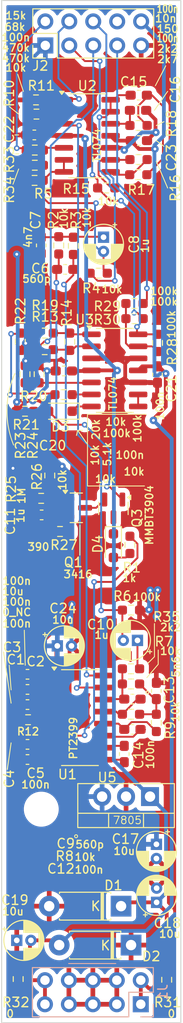
<source format=kicad_pcb>
(kicad_pcb (version 20240108) (generator "pcbnew") (generator_version "8.0")
  (layers (0 "F.Cu" signal) (31 "B.Cu" signal) (34 "B.Paste" user) (35 "F.Paste" user) (36 "B.SilkS" user "B.Silkscreen") (37 "F.SilkS" user "F.Silkscreen") (38 "B.Mask" user) (39 "F.Mask" user) (44 "Edge.Cuts" user))
  (net 0 "")
  (net 1 "GND")
  (net 2 "Net-(U1-REF)")
  (net 3 "+5V")
  (net 4 "Net-(U1-CC1)")
  (net 5 "Net-(U1-CC0)")
  (net 6 "Net-(U1-LPF1-IN)")
  (net 7 "Net-(U1-LPF1-OUT)")
  (net 8 "Net-(C7-Pad1)")
  (net 9 "Net-(C8-Pad2)")
  (net 10 "Net-(U1-LPF2-OUT)")
  (net 11 "Net-(U1-LPF2-IN)")
  (net 12 "Net-(C10-Pad1)")
  (net 13 "/UNBUFFERED_WET")
  (net 14 "Net-(Q1-G)")
  (net 15 "Net-(U1-OP2-IN)")
  (net 16 "Net-(U1-OP2-OUT)")
  (net 17 "Net-(C13-Pad1)")
  (net 18 "Net-(U1-OP1-IN)")
  (net 19 "Net-(U1-OP1-OUT)")
  (net 20 "/FILTERED_IN")
  (net 21 "Net-(C15-Pad1)")
  (net 22 "Net-(U2D-+)")
  (net 23 "+12V")
  (net 24 "-12V")
  (net 25 "Net-(D3-A)")
  (net 26 "Net-(D3-K)")
  (net 27 "Net-(D4-K)")
  (net 28 "/TIME_CURRENT")
  (net 29 "Net-(J1-Pin_1)")
  (net 30 "Net-(J1-Pin_10)")
  (net 31 "/MIX")
  (net 32 "/TIME")
  (net 33 "/SCALED_WET")
  (net 34 "/BUFFERED_WET")
  (net 35 "/IN")
  (net 36 "/UNBUFFERED_RETURN")
  (net 37 "Net-(Q1-D)")
  (net 38 "Net-(Q1-S)")
  (net 39 "Net-(U1-VCO)")
  (net 40 "/BUFFERED_RETURN")
  (net 41 "Net-(U2A--)")
  (net 42 "Net-(U1-DGND)")
  (net 43 "Net-(U3A--)")
  (net 44 "Net-(R14-Pad2)")
  (net 45 "Net-(U2C--)")
  (net 46 "/BUFFERED_IN")
  (net 47 "Net-(U3B--)")
  (net 48 "Net-(U3B-+)")
  (net 49 "Net-(U3D--)")
  (net 50 "Net-(U2B-+)")
  (net 52 "Net-(U3C--)")
  (footprint "MountingHole:MountingHole_3.2mm_M3" (layer "F.Cu") (at 79.2 122.4)
    (property "Reference" "REF**" (hide yes))
    (property "Value" "MountingHole_3.2mm_M3" (hide yes))
  )
  (footprint "Resistor_SMD:R_0603_1608Metric_Pad0.98x0.95mm_HandSolder" (layer "F.Cu") (at 81.05 62.8625 90)
    (property "Reference" "R2")
    (property "Value" "10k")
  )
  (footprint "Resistor_SMD:R_0603_1608Metric_Pad0.98x0.95mm_HandSolder" (layer "F.Cu") (at 81.5625 78.625)
    (property "Reference" "R20")
    (property "Value" "10k")
  )
  (footprint "Capacitor_SMD:C_0603_1608Metric_Pad1.08x0.95mm_HandSolder" (layer "F.Cu") (at 81.7375 65.4 180)
    (property "Reference" "C6")
    (property "Value" "560p")
  )
  (footprint "Capacitor_SMD:C_0603_1608Metric_Pad1.08x0.95mm_HandSolder" (layer "F.Cu") (at 78.4625 51.2 180)
    (property "Reference" "C22")
    (property "Value" "100n")
  )
  (footprint "Resistor_SMD:R_0603_1608Metric_Pad0.98x0.95mm_HandSolder" (layer "F.Cu") (at 88.7125 107.575)
    (property "Reference" "R35")
    (property "Value" "2k2")
  )
  (footprint "Capacitor_THT:CP_Radial_D4.0mm_P1.50mm" (layer "F.Cu") (at 91.43 132.24 90)
    (property "Reference" "C18")
    (property "Value" "10u")
  )
  (footprint "Capacitor_THT:CP_Radial_D4.0mm_P1.50mm" (layer "F.Cu") (at 89.4 104.575 180)
    (property "Reference" "C10")
    (property "Value" "1u")
  )
  (footprint "Resistor_SMD:R_0603_1608Metric_Pad0.98x0.95mm_HandSolder" (layer "F.Cu") (at 78.975 76.4625 90)
    (property "Reference" "R24")
    (property "Value" "5.1k")
  )
  (footprint "Capacitor_SMD:C_0603_1608Metric_Pad1.08x0.95mm_HandSolder" (layer "F.Cu") (at 81.5875 76.125 180)
    (property "Reference" "C20")
    (property "Value" "100n")
  )
  (footprint "Capacitor_SMD:C_0603_1608Metric_Pad1.08x0.95mm_HandSolder" (layer "F.Cu") (at 89.55 51.8 180)
    (property "Reference" "C23")
    (property "Value" "100n")
  )
  (footprint "Connector_PinHeader_2.54mm:PinHeader_2x05_P2.54mm_Vertical" (layer "F.Cu") (at 79.63 41.75 90)
    (property "Reference" "J2")
    (property "Value" "Conn_02x05_Odd_Even" (hide yes))
  )
  (footprint "Resistor_SMD:R_0603_1608Metric_Pad0.98x0.95mm_HandSolder" (layer "F.Cu") (at 78.5125 52.8)
    (property "Reference" "R33")
    (property "Value" "470k")
  )
  (footprint "Capacitor_SMD:C_0603_1608Metric_Pad1.08x0.95mm_HandSolder" (layer "F.Cu") (at 77.7375 115.555)
    (property "Reference" "C4")
    (property "Value" "100n")
  )
  (footprint "Capacitor_SMD:C_0603_1608Metric_Pad1.08x0.95mm_HandSolder" (layer "F.Cu") (at 77.7375 117.155)
    (property "Reference" "C5")
    (property "Value" "100n")
  )
  (footprint "Capacitor_THT:CP_Radial_D4.0mm_P1.50mm" (layer "F.Cu") (at 91.41 126.1074 -90)
    (property "Reference" "C17")
    (property "Value" "10u")
  )
  (footprint "Capacitor_SMD:C_0603_1608Metric_Pad1.08x0.95mm_HandSolder" (layer "F.Cu") (at 79.2375 91.325 180)
    (property "Reference" "C11")
    (property "Value" "1u")
  )
  (footprint "Resistor_SMD:R_0603_1608Metric_Pad0.98x0.95mm_HandSolder" (layer "F.Cu") (at 76.75 140.3375 90)
    (property "Reference" "R32")
    (property "Value" "0")
  )
  (footprint "Capacitor_SMD:C_0603_1608Metric_Pad1.08x0.95mm_HandSolder" (layer "F.Cu") (at 77.7375 111.355)
    (property "Reference" "C3")
    (property "Value" "100n")
  )
  (footprint "Capacitor_SMD:C_0603_1608Metric_Pad1.08x0.95mm_HandSolder" (layer "F.Cu") (at 88.8625 113.975)
    (property "Reference" "C12")
    (property "Value" "100n")
  )
  (footprint "Resistor_SMD:R_0603_1608Metric_Pad0.98x0.95mm_HandSolder" (layer "F.Cu") (at 78.6875 49 180)
    (property "Reference" "R10")
    (property "Value" "68k")
  )
  (footprint "Resistor_SMD:R_0603_1608Metric_Pad0.98x0.95mm_HandSolder" (layer "F.Cu") (at 91.525 73.1625 90)
    (property "Reference" "R28")
    (property "Value" "100k")
  )
  (footprint "Package_TO_SOT_SMD:SOT-23" (layer "F.Cu") (at 86.85 90.6375 -90)
    (property "Reference" "Q3")
    (property "Value" "MMBT3904")
  )
  (footprint "Package_SO:SO-14_3.9x8.65mm_P1.27mm" (layer "F.Cu") (at 87 76.065)
    (property "Reference" "U3")
    (property "Value" "TL074")
  )
  (footprint "Resistor_SMD:R_0603_1608Metric_Pad0.98x0.95mm_HandSolder" (layer "F.Cu") (at 91.4 113.2875 90)
    (property "Reference" "R9")
    (property "Value" "10k")
  )
  (footprint "Resistor_SMD:R_0603_1608Metric_Pad0.98x0.95mm_HandSolder" (layer "F.Cu") (at 81.1875 93.075 180)
    (property "Reference" "R27")
    (property "Value" "390")
  )
  (footprint "Resistor_SMD:R_0603_1608Metric_Pad0.98x0.95mm_HandSolder" (layer "F.Cu") (at 85.2875 65.8 180)
    (property "Reference" "R4")
    (property "Value" "10k")
  )
  (footprint "Resistor_SMD:R_0603_1608Metric_Pad0.98x0.95mm_HandSolder" (layer "F.Cu") (at 80.1 87.1625 90)
    (property "Reference" "R26")
    (property "Value" "10k")
  )
  (footprint "Resistor_SMD:R_0603_1608Metric_Pad0.98x0.95mm_HandSolder" (layer "F.Cu") (at 77.475 76.4625 -90)
    (property "Reference" "R23")
    (property "Value" "10k")
  )
  (footprint "Resistor_SMD:R_0603_1608Metric_Pad0.98x0.95mm_HandSolder" (layer "F.Cu") (at 88.7125 112.375)
    (property "Reference" "R8")
    (property "Value" "10k")
  )
  (footprint "Resistor_SMD:R_0603_1608Metric_Pad0.98x0.95mm_HandSolder" (layer "F.Cu") (at 89.4875 55.4)
    (property "Reference" "R17")
    (property "Value" "2k7")
  )
  (footprint "Capacitor_SMD:C_0603_1608Metric_Pad1.08x0.95mm_HandSolder" (layer "F.Cu") (at 88 116.575 -90)
    (property "Reference" "C14")
    (property "Value" "100n")
  )
  (footprint "Package_SO:SOP-16_3.9x9.9mm_P1.27mm" (layer "F.Cu") (at 83.3 112.73)
    (property "Reference" "U1")
    (property "Value" "PT2399")
  )
  (footprint "Resistor_SMD:R_0603_1608Metric_Pad0.98x0.95mm_HandSolder" (layer "F.Cu") (at 76.975 73.0375 90)
    (property "Reference" "R22")
    (property "Value" "20k")
  )
  (footprint "Resistor_SMD:R_0603_1608Metric_Pad0.98x0.95mm_HandSolder" (layer "F.Cu") (at 82.225 73.0375 90)
    (property "Reference" "R14")
    (property "Value" "100k")
  )
  (footprint "Package_SO:SO-14_3.9x8.65mm_P1.27mm" (layer "F.Cu") (at 84.075 51.29)
    (property "Reference" "U2")
    (property "Value" "TL074")
  )
  (footprint "Capacitor_THT:CP_Radial_D4.0mm_P1.50mm" (layer "F.Cu") (at 76.6 136.25)
    (property "Reference" "C19")
    (property "Value" "10u")
  )
  (footprint "Resistor_SMD:R_0603_1608Metric_Pad0.98x0.95mm_HandSolder" (layer "F.Cu") (at 89.0875 69 180)
    (property "Reference" "R29")
    (property "Value" "100k")
  )
  (footprint "Resistor_SMD:R_0603_1608Metric_Pad0.98x0.95mm_HandSolder" (layer "F.Cu") (at 77.475 80.375)
    (property "Reference" "R21")
    (property "Value" "10k")
  )
  (footprint "Capacitor_SMD:C_0603_1608Metric_Pad1.08x0.95mm_HandSolder" (layer "F.Cu") (at 91.525 76.5 90)
    (property "Reference" "C21")
    (property "Value" "100n")
  )
  (footprint "Resistor_SMD:R_0603_1608Metric_Pad0.98x0.95mm_HandSolder" (layer "F.Cu") (at 89.5125 53.8)
    (property "Reference" "R16")
    (property "Value" "2k2")
  )
  (footprint "Resistor_SMD:R_0603_1608Metric_Pad0.98x0.95mm_HandSolder" (layer "F.Cu") (at 88.7125 109.175)
    (property "Reference" "R7")
    (property "Value" "10k")
  )
  (footprint "Package_TO_SOT_SMD:SOT-23" (layer "F.Cu") (at 82.9125 90.575)
    (property "Reference" "Q1")
    (property "Value" "3416")
  )
  (footprint "Resistor_SMD:R_0603_1608Metric_Pad0.98x0.95mm_HandSolder" (layer "F.Cu") (at 79.5625 73.875)
    (property "Reference" "R13")
    (property "Value" "100k")
  )
  (footprint "Resistor_SMD:R_0603_1608Metric_Pad0.98x0.95mm_HandSolder" (layer "F.Cu") (at 88.6 94.4875 90)
    (property "Reference" "R1")
    (property "Value" "1k")
  )
  (footprint "Capacitor_THT:CP_Radial_D4.0mm_P1.50mm" (layer "F.Cu") (at 80.9 105.155)
    (property "Reference" "C24")
    (property "Value" "10u")
  )
  (footprint "Diode_SMD:D_SOD-323_HandSoldering" (layer "F.Cu") (at 81.225 80.375 180)
    (property "Reference" "D3")
    (property "Value" "1N4148" (hide yes))
  )
  (footprint "Diode_THT:D_DO-41_SOD81_P7.62mm_Horizontal" (layer "F.Cu") (at 87.66 132.64 180)
    (property "Reference" "D1")
    (property "Value" "1N4007" (hide yes))
  )
  (footprint "Resistor_SMD:R_0603_1608Metric_Pad0.98x0.95mm_HandSolder" (layer "F.Cu") (at 78.5125 54.4 180)
    (property "Reference" "R34")
    (property "Value" "470k")
  )
  (footprint "Resistor_SMD:R_0603_1608Metric_Pad0.98x0.95mm_HandSolder" (layer "F.Cu") (at 89.0875 70.6 180)
    (property "Reference" "R30")
    (property "Value" "100k")
  )
  (footprint "Resistor_SMD:R_0603_1608Metric_Pad0.98x0.95mm_HandSolder" (layer "F.Cu") (at 78.6375 47.5 180)
    (property "Reference" "R11")
    (property "Value" "15k")
  )
  (footprint "Resistor_SMD:R_0603_1608Metric_Pad0.98x0.95mm_HandSolder" (layer "F.Cu") (at 86.0875 56.8)
    (property "Reference" "R15")
    (property "Value" "10k")
  )
  (footprint "Capacitor_SMD:C_0603_1608Metric_Pad1.08x0.95mm_HandSolder" (layer "F.Cu") (at 77.7375 109.755 180)
    (property "Reference" "C1")
    (property "Value" "10u")
  )
  (footprint "Capacitor_SMD:C_0603_1608Metric_Pad1.08x0.95mm_HandSolder" (layer "F.Cu") (at 89.4625 48.6)
    (property "Reference" "C16")
    (property "Value" "10n")
  )
  (footprint "Resistor_SMD:R_0603_1608Metric_Pad0.98x0.95mm_HandSolder" (layer "F.Cu") (at 88.7125 101.375)
    (property "Reference" "R6")
    (property "Value" "100k")
  )
  (footprint "Resistor_SMD:R_0603_1608Metric_Pad0.98x0.95mm_HandSolder" (layer "F.Cu") (at 77.8 112.955)
    (property "Reference" "R12")
    (property "Value" "0_NC")
  )
  (footprint "Package_TO_SOT_THT:TO-220-3_Vertical" (layer "F.Cu") (at 90.73 121.07 180)
    (property "Reference" "U5")
    (property "Value" "LM7805_TO220" (hide yes))
  )
  (footprint "Resistor_SMD:R_0603_1608Metric_Pad0.98x0.95mm_HandSolder" (layer "F.Cu") (at 92.5 140.4125 -90)
    (property "Reference" "R31")
    (property "Value" "0")
  )
  (footprint "Diode_SMD:D_SOD-323_HandSoldering" (layer "F.Cu") (at 86.85 94.575 -90)
    (property "Reference" "D4")
    (property "Value" "1N4148" (hide yes))
  )
  (footprint "Resistor_SMD:R_0603_1608Metric_Pad0.98x0.95mm_HandSolder" (layer "F.Cu") (at 79.1875 89.575 180)
    (property "Reference" "R25")
    (property "Value" "1M")
  )
  (footprint "Capacitor_SMD:C_0603_1608Metric_Pad1.08x0.95mm_HandSolder" (layer "F.Cu") (at 88.8625 110.775)
    (property "Reference" "C9")
    (property "Value" "560p")
  )
  (footprint "Capacitor_SMD:C_0603_1608Metric_Pad1.08x0.95mm_HandSolder" (layer "F.Cu") (at 91.4 109.9125 90)
    (property "Reference" "C13")
    (property "Value" "5n6")
  )
  (footprint "Capacitor_SMD:C_0603_1608Metric_Pad1.08x0.95mm_HandSolder" (layer "F.Cu") (at 77.7375 108.155)
    (property "Reference" "C2")
    (property "Value" "100n")
  )
  (footprint "Resistor_SMD:R_0603_1608Metric_Pad0.98x0.95mm_HandSolder" (layer "F.Cu") (at 78.4875 56)
    (property "Reference" "R5")
    (property "Value" "10k")
  )
  (footprint "Diode_THT:D_DO-41_SOD81_P7.62mm_Horizontal" (layer "F.Cu") (at 88.72 136.75 180)
    (property "Reference" "D2")
    (property "Value" "1N4007" (hide yes))
  )
  (footprint "Resistor_SMD:R_0603_1608Metric_Pad0.98x0.95mm_HandSolder" (layer "F.Cu") (at 89.5125 50.2 180)
    (property "Reference" "R18")
    (property "Value" "150")
  )
  (footprint "Capacitor_THT:CP_Radial_D4.0mm_P1.50mm" (layer "F.Cu") (at 85.8 62 -90)
    (property "Reference" "C8")
    (property "Value" "1u")
  )
  (footprint "Resistor_SMD:R_0603_1608Metric_Pad0.98x0.95mm_HandSolder" (layer "F.Cu") (at 82.6 62.9125 90)
    (property "Reference" "R3")
    (property "Value" "10k")
  )
  (footprint "Capacitor_SMD:C_0603_1608Metric_Pad1.08x0.95mm_HandSolder" (layer "F.Cu") (at 79.2 62.8625 -90)
    (property "Reference" "C7")
    (property "Value" "4n7")
  )
  (footprint "Capacitor_SMD:C_0603_1608Metric_Pad1.08x0.95mm_HandSolder" (layer "F.Cu") (at 89.5375 47 180)
    (property "Reference" "C15")
    (property "Value" "100n")
  )
  (footprint "Resistor_SMD:R_0603_1608Metric_Pad0.98x0.95mm_HandSolder" (layer "F.Cu") (at 79.5625 72.125 180)
    (property "Reference" "R19")
    (property "Value" "10k")
  )
  (footprint "Connector_PinHeader_2.54mm:PinHeader_2x05_P2.54mm_Vertical" (layer "B.Cu") (at 89.75 143 90)
    (property "Reference" "J1")
    (property "Value" "Conn_02x05_Odd_Even" (hide yes))
  )
  (gr_line (start 82.1 138.7) (end 87.1 138.7) (stroke (width 0.1)) (layer "B.SilkS"))
  (gr_circle (center 82.89 125.26) (end 82.96 125.12) (stroke (width 0.1)) (fill none) (layer "F.SilkS"))
  (gr_line (start 90.4 108.5) (end 91.6 107.1) (stroke (width 0.1)) (layer "F.SilkS"))
  (gr_line (start 91.2 106.3) (end 91.2 102.8) (stroke (width 0.1)) (layer "F.SilkS"))
  (gr_circle (center 90.45 110.07) (end 90.52 109.93) (stroke (width 0.1)) (fill none) (layer "F.SilkS"))
  (gr_line (start 84.1 88.27) (end 84.1 80.7) (stroke (width 0.1)) (layer "F.SilkS"))
  (gr_line (start 91.6 107.1) (end 91.6 105.6) (stroke (width 0.1)) (layer "F.SilkS"))
  (gr_line (start 92.4 43.9) (end 91.3 46) (stroke (width 0.1)) (layer "F.SilkS"))
  (gr_line (start 76 115.4) (end 75.6 118.2) (stroke (width 0.1)) (layer "F.SilkS"))
  (gr_line (start 92.6 46.6) (end 91.2 48.6) (stroke (width 0.1)) (layer "F.SilkS"))
  (gr_line (start 92.2 52.4) (end 91.4 51.8) (stroke (width 0.1)) (layer "F.SilkS"))
  (gr_line (start 75.8 107.2) (end 76 109.8) (stroke (width 0.1)) (layer "F.SilkS"))
  (gr_line (start 82.93 82.93) (end 83.06 82.39) (stroke (width 0.1)) (layer "F.SilkS"))
  (gr_line (start 75.2 105.8) (end 76 111.2) (stroke (width 0.1)) (layer "F.SilkS"))
  (gr_line (start 75.8 48.2) (end 76.8 49) (stroke (width 0.1)) (layer "F.SilkS"))
  (gr_line (start 84.02 83.76) (end 83.06 82.39) (stroke (width 0.1)) (layer "F.SilkS"))
  (gr_line (start 90.5 107) (end 91.2 106.3) (stroke (width 0.1)) (layer "F.SilkS"))
  (gr_line (start 76.7 44.8) (end 77.3 46.6) (stroke (width 0.1)) (layer "F.SilkS"))
  (gr_line (start 77.4 103.5) (end 77.5 107.2) (stroke (width 0.1)) (layer "F.SilkS"))
  (gr_line (start 90.14 88.27) (end 84.1 88.27) (stroke (width 0.1)) (layer "F.SilkS"))
  (gr_line (start 92.6 56.8) (end 91.4 54) (stroke (width 0.1)) (layer "F.SilkS"))
  (gr_line (start 92.2 49.8) (end 91.4 50.2) (stroke (width 0.1)) (layer "F.SilkS"))
  (gr_line (start 76.2 56.4) (end 76.8 54.8) (stroke (width 0.1)) (layer "F.SilkS"))
  (gr_line (start 83.29 95.57) (end 83.3 92.4) (stroke (width 0.1)) (layer "F.SilkS"))
  (gr_line (start 76.4 53.2) (end 76.8 53.2) (stroke (width 0.1)) (layer "F.SilkS"))
  (gr_line (start 76.4 51.2) (end 76.8 51.2) (stroke (width 0.1)) (layer "F.SilkS"))
  (gr_arc (start 76.265688 83.943677) (mid 75.556229 80.158011) (end 76.4 76.4) (stroke (width 0.1)) (layer "F.SilkS"))
  (gr_line (start 84.1 80.7) (end 90.31 80.7) (stroke (width 0.1)) (layer "F.SilkS"))
  (gr_line (start 83.06 82.39) (end 83.55 82.4) (stroke (width 0.1)) (layer "F.SilkS"))
  (gr_rect (start 75 37) (end 94 144.95) (stroke (width 0.1)) (fill none) (layer "Edge.Cuts"))
  (gr_text "7805" (at 86.74 124.04 0) (layer "F.SilkS") (effects (font (size 0.8 0.8) (thickness 0.1)) (justify left bottom)))
  (segment (start 91.3125 50.9) (end 91.3125 49.5875) (width 0.4) (layer "F.Cu") (net 1))
  (segment (start 88.500001 77.335) (end 88.1 76.934999) (width 0.4) (layer "F.Cu") (net 1))
  (segment (start 76.675 63.725) (end 76.6 63.8) (width 0.4) (layer "F.Cu") (net 1))
  (segment (start 82.2 110.424999) (end 82.2 105.355) (width 0.4) (layer "F.Cu") (net 1))
  (segment (start 90.63 101.32) (end 90.67 101.32) (width 0.4) (layer "F.Cu") (net 1))
  (segment (start 76.5625 80.375) (end 77.678825 79.258675) (width 0.4) (layer "F.Cu") (net 1))
  (segment (start 79.2 63.725) (end 76.675 63.725) (width 0.4) (layer "F.Cu") (net 1))
  (segment (start 79.55 76.125) (end 78.975 75.55) (width 0.4) (layer "F.Cu") (net 1))
  (segment (start 90.78 99.25) (end 90.75 99.28) (width 0.4) (layer "F.Cu") (net 1))
  (segment (start 87.761377 52.56) (end 87.998741 52.797364) (width 0.4) (layer "F.Cu") (net 1))
  (segment (start 79.8 76.125) (end 79.55 76.125) (width 0.4) (layer "F.Cu") (net 1))
  (segment (start 81.905 102.15) (end 76.875 107.18) (width 0.4) (layer "F.Cu") (net 1))
  (segment (start 89.625 101.375) (end 90.575 101.375) (width 0.4) (layer "F.Cu") (net 1))
  (segment (start 83.9 99.32) (end 82.45 100.77) (width 0.4) (layer "F.Cu") (net 1))
  (segment (start 89.475 77.335) (end 88.500001 77.335) (width 0.4) (layer "F.Cu") (net 1))
  (segment (start 76.6 80.3375) (end 76.5625 80.375) (width 0.4) (layer "F.Cu") (net 1))
  (segment (start 90.71 99.32) (end 83.9 99.32) (width 0.4) (layer "F.Cu") (net 1))
  (segment (start 82.45 101.92) (end 82.22 102.15) (width 0.4) (layer "F.Cu") (net 1))
  (segment (start 80.725 76.125) (end 79.8 76.125) (width 0.4) (layer "F.Cu") (net 1))
  (segment (start 90.67 101.32) (end 91.41 102.06) (width 0.4) (layer "F.Cu") (net 1))
  (segment (start 86.55 52.56) (end 87.761377 52.56) (width 0.4) (layer "F.Cu") (net 1))
  (segment (start 76.6 79.4) (end 76.6 80.3375) (width 0.4) (layer "F.Cu") (net 1))
  (segment (start 81.799999 110.825) (end 82.2 110.424999) (width 0.4) (layer "F.Cu") (net 1))
  (segment (start 90.4125 51.8) (end 91.3125 50.9) (width 0.4) (layer "F.Cu") (net 1))
  (segment (start 82.2 105.355) (end 82.4 105.155) (width 0.4) (layer "F.Cu") (net 1))
  (segment (start 76.875 107.18) (end 76.875 108.155) (width 0.4) (layer "F.Cu") (net 1))
  (segment (start 90.75 99.28) (end 90.71 99.32) (width 0.4) (layer "F.Cu") (net 1))
  (segment (start 80.8 110.825) (end 81.799999 110.825) (width 0.4) (layer "F.Cu") (net 1))
  (segment (start 82.45 100.77) (end 82.45 101.92) (width 0.4) (layer "F.Cu") (net 1))
  (segment (start 89.475 74.795) (end 84.525 74.795) (width 0.4) (layer "F.Cu") (net 1))
  (segment (start 89.625 101.375) (end 91.4 103.15) (width 0.4) (layer "F.Cu") (net 1))
  (segment (start 88.1 75.33) (end 88.635 74.795) (width 0.4) (layer "F.Cu") (net 1))
  (segment (start 77.678825 79.258675) (end 78.3 79.258675) (width 0.4) (layer "F.Cu") (net 1))
  (segment (start 91.54 99.25) (end 90.78 99.25) (width 0.4) (layer "F.Cu") (net 1))
  (segment (start 88.635 74.795) (end 89.475 74.795) (width 0.4) (layer "F.Cu") (net 1))
  (segment (start 90.575 101.375) (end 90.63 101.32) (width 0.4) (layer "F.Cu") (net 1))
  (segment (start 91.3125 49.5875) (end 90.325 48.6) (width 0.4) (layer "F.Cu") (net 1))
  (segment (start 88.1 76.934999) (end 88.1 75.33) (width 0.4) (layer "F.Cu") (net 1))
  (segment (start 91.4 103.15) (end 91.4 109.05) (width 0.4) (layer "F.Cu") (net 1))
  (segment (start 82.22 102.15) (end 81.905 102.15) (width 0.4) (layer "F.Cu") (net 1))
  (via (at 90.75 99.28) (size 0.8) (drill 0.3) (layers "F.Cu" "B.Cu") (net 1))
  (via (at 91.54 99.25) (size 0.8) (drill 0.3) (layers "F.Cu" "B.Cu") (net 1))
  (via (at 82.45 100.77) (size 0.8) (drill 0.3) (layers "F.Cu" "B.Cu") (net 1))
  (via (at 82.22 102.15) (size 0.8) (drill 0.3) (layers "F.Cu" "B.Cu") (net 1))
  (via (at 78.3 79.258675) (size 0.8) (drill 0.3) (layers "F.Cu" "B.Cu") (net 1))
  (via (at 91.35098 50.933286) (size 0.8) (drill 0.3) (layers "F.Cu" "B.Cu") (net 1))
  (via (at 79.8 76.125) (size 0.8) (drill 0.3) (layers "F.Cu" "B.Cu") (net 1))
  (via (at 76.6 63.8) (size 0.8) (drill 0.3) (layers "F.Cu" "B.Cu") (net 1))
  (via (at 76.6 79.4) (size 0.8) (drill 0.3) (layers "F.Cu" "B.Cu") (net 1))
  (via (at 90.63 101.32) (size 0.8) (drill 0.3) (layers "F.Cu" "B.Cu") (net 1))
  (via (at 87.998741 52.797364) (size 0.8) (drill 0.3) (layers "F.Cu" "B.Cu") (net 1))
  (via (at 91.41 102.06) (size 0.8) (drill 0.3) (layers "F.Cu" "B.Cu") (net 1))
  (segment (start 79.8 76.125) (end 79.8 77.758675) (width 0.4) (layer "B.Cu") (net 1))
  (segment (start 82.4 105.155) (end 82.4 102.73) (width 0.4) (layer "B.Cu") (net 1))
  (segment (start 76.7 79.3) (end 76.6 79.4) (width 0.4) (layer "B.Cu") (net 1))
  (segment (start 82.4 102.33) (end 82.22 102.15) (width 0.4) (layer "B.Cu") (net 1))
  (segment (start 89.862819 50.933286) (end 91.35098 50.933286) (width 0.4) (layer "B.Cu") (net 1))
  (segment (start 76.7 63.9) (end 76.7 79.3) (width 0.4) (layer "B.Cu") (net 1))
  (segment (start 90.63 99.4) (end 90.75 99.28) (width 0.4) (layer "B.Cu") (net 1))
  (segment (start 91.41 102.06) (end 91.41 99.38) (width 0.4) (layer "B.Cu") (net 1))
  (segment (start 82.4 100.82) (end 82.45 100.77) (width 0.4) (layer "B.Cu") (net 1))
  (segment (start 87.998741 52.797364) (end 89.862819 50.933286) (width 0.4) (layer "B.Cu") (net 1))
  (segment (start 91.41 99.38) (end 91.54 99.25) (width 0.4) (layer "B.Cu") (net 1))
  (segment (start 76.6 63.8) (end 76.7 63.9) (width 0.4) (layer "B.Cu") (net 1))
  (segment (start 79.8 77.758675) (end 78.3 79.258675) (width 0.4) (layer "B.Cu") (net 1))
  (segment (start 82.4 102.73) (end 82.4 100.82) (width 0.4) (layer "B.Cu") (net 1))
  (segment (start 90.63 101.32) (end 90.63 99.4) (width 0.4) (layer "B.Cu") (net 1))
  (segment (start 78.6 109.755) (end 78.6 111.355) (width 0.2) (layer "F.Cu") (net 2))
  (segment (start 80.8 109.555) (end 78.8 109.555) (width 0.2) (layer "F.Cu") (net 2))
  (segment (start 78.8 109.555) (end 78.6 109.755) (width 0.2) (layer "F.Cu") (net 2))
  (segment (start 76.2 86.4) (end 79.95 86.4) (width 0.4) (layer "F.Cu") (net 3))
  (segment (start 81.35 86.25) (end 81.4 86.2) (width 0.4) (layer "F.Cu") (net 3))
  (segment (start 76.975 73.95) (end 76.975 73.775) (width 0.4) (layer "F.Cu") (net 3))
  (segment (start 77.55 75.475) (end 77.55 75.062443) (width 0.4) (layer "F.Cu") (net 3))
  (segment (start 80.8 105.255) (end 80.9 105.155) (width 0.4) (layer "F.Cu") (net 3))
  (segment (start 80.8 108.285) (end 78.73 108.285) (width 0.4) (layer "F.Cu") (net 3))
  (segment (start 79.95 86.4) (end 80.1 86.25) (width 0.4) (layer "F.Cu") (net 3))
  (segment (start 78.73 108.285) (end 78.6 108.155) (width 0.4) (layer "F.Cu") (net 3))
  (segment (start 80.1 86.25) (end 81.35 86.25) (width 0.4) (layer "F.Cu") (net 3))
  (segment (start 76.975 73.775) (end 77.55 73.2) (width 0.4) (layer "F.Cu") (net 3))
  (segment (start 80.8 108.285) (end 80.8 105.255) (width 0.4) (layer "F.Cu") (net 3))
  (segment (start 77.475 75.55) (end 77.55 75.475) (width 0.4) (layer "F.Cu") (net 3))
  (segment (start 80.05 86.2) (end 80.1 86.25) (width 0.4) (layer "F.Cu") (net 3))
  (via (at 77.55 73.2) (size 0.8) (drill 0.3) (layers "F.Cu" "B.Cu") (net 3))
  (via (at 81.4 86.2) (size 0.8) (drill 0.3) (layers "F.Cu" "B.Cu") (net 3))
  (via (at 77.55 75.062443) (size 0.8) (drill 0.3) (layers "F.Cu" "B.Cu") (net 3))
  (via (at 76.2 86.4) (size 0.8) (drill 0.3) (layers "F.Cu" "B.Cu") (net 3))
  (segment (start 81.4 86.2) (end 80.9 86.7) (width 0.4) (layer "B.Cu") (net 3))
  (segment (start 77.45 85.15) (end 77.45 75.162443) (width 0.4) (layer "B.Cu") (net 3))
  (segment (start 76.2 86.4) (end 77.45 85.15) (width 0.4) (layer "B.Cu") (net 3))
  (segment (start 80.9 86.7) (end 80.9 105.155) (width 0.4) (layer "B.Cu") (net 3))
  (segment (start 80.9 113.72) (end 80.9 105.155) (width 0.4) (layer "B.Cu") (net 3))
  (segment (start 77.45 75.162443) (end 77.55 75.062443) (width 0.4) (layer "B.Cu") (net 3))
  (segment (start 79.63 41.75) (end 77.55 43.83) (width 0.4) (layer "B.Cu") (net 3))
  (segment (start 77.55 73.2) (end 77.55 75.062443) (width 0.4) (layer "B.Cu") (net 3))
  (segment (start 77.55 43.83) (end 77.55 73.2) (width 0.4) (layer "B.Cu") (net 3))
  (segment (start 80.8 115.905) (end 78.95 115.905) (width 0.2) (layer "F.Cu") (net 4))
  (segment (start 78.95 115.905) (end 78.6 115.555) (width 0.2) (layer "F.Cu") (net 4))
  (segment (start 80.78 117.155) (end 80.8 117.175) (width 0.2) (layer "F.Cu") (net 5))
  (segment (start 78.6 117.155) (end 80.78 117.155) (width 0.2) (layer "F.Cu") (net 5))
  (segment (start 84.085 108.285) (end 84 108.2) (width 0.2) (layer "F.Cu") (net 6))
  (segment (start 82.6 66) (end 82.6 65.4) (width 0.2) (layer "F.Cu") (net 6))
  (segment (start 85.8 108.285) (end 84.085 108.285) (width 0.2) (layer "F.Cu") (net 6))
  (segment (start 81.6 67) (end 82.6 66) (width 0.2) (layer "F.Cu") (net 6))
  (segment (start 82.6 65.4) (end 82.6 63.825) (width 0.2) (layer "F.Cu") (net 6))
  (via (at 84 108.2) (size 0.6) (drill 0.3) (layers "F.Cu" "B.Cu") (net 6))
  (via (at 81.6 67) (size 0.6) (drill 0.3) (layers "F.Cu" "B.Cu") (net 6))
  (segment (start 84 86.2) (end 81.8 84) (width 0.2) (layer "B.Cu") (net 6))
  (segment (start 81.8 84) (end 81.8 67.2) (width 0.2) (layer "B.Cu") (net 6))
  (segment (start 84 108.2) (end 84 86.2) (width 0.2) (layer "B.Cu") (net 6))
  (segment (start 81.8 67.2) (end 81.6 67) (width 0.2) (layer "B.Cu") (net 6))
  (segment (start 80.8 66.8) (end 80.8 65.475) (width 0.2) (layer "F.Cu") (net 7))
  (segment (start 82.995 109.555) (end 82.95 109.6) (width 0.2) (layer "F.Cu") (net 7))
  (segment (start 81.05 65.225) (end 80.875 65.4) (width 0.2) (layer "F.Cu") (net 7))
  (segment (start 81.05 63.775) (end 81.05 65.225) (width 0.2) (layer "F.Cu") (net 7))
  (segment (start 80.8 65.475) (end 80.875 65.4) (width 0.2) (layer "F.Cu") (net 7))
  (segment (start 85.8 109.555) (end 82.995 109.555) (width 0.2) (layer "F.Cu") (net 7))
  (via (at 82.95 109.6) (size 0.6) (drill 0.3) (layers "F.Cu" "B.Cu") (net 7))
  (via (at 80.8 66.8) (size 0.6) (drill 0.3) (layers "F.Cu" "B.Cu") (net 7))
  (segment (start 80.8 84.4) (end 83.3 86.9) (width 0.2) (layer "B.Cu") (net 7))
  (segment (start 80.8 66.8) (end 80.8 84.4) (width 0.2) (layer "B.Cu") (net 7))
  (segment (start 83.3 109.25) (end 82.95 109.6) (width 0.2) (layer "B.Cu") (net 7))
  (segment (start 83.3 86.9) (end 83.3 109.25) (width 0.2) (layer "B.Cu") (net 7))
  (segment (start 82.55 61.95) (end 82.6 62) (width 0.2) (layer "F.Cu") (net 8))
  (segment (start 85.75 61.95) (end 85.8 62) (width 0.2) (layer "F.Cu") (net 8))
  (segment (start 79.2 62) (end 81 62) (width 0.2) (layer "F.Cu") (net 8))
  (segment (start 81 62) (end 81.05 61.95) (width 0.2) (layer "F.Cu") (net 8))
  (segment (start 81.05 61.95) (end 85.75 61.95) (width 0.2) (layer "F.Cu") (net 8))
  (segment (start 81.05 61.95) (end 82.55 61.95) (width 0.2) (layer "F.Cu") (net 8))
  (segment (start 85 58.4) (end 79.975 58.4) (width 0.2) (layer "F.Cu") (net 9))
  (segment (start 85.8 65.4) (end 86.2 65.8) (width 0.2) (layer "F.Cu") (net 9))
  (segment (start 85.8 63.5) (end 85.8 65.4) (width 0.2) (layer "F.Cu") (net 9))
  (segment (start 79.975 58.4) (end 77.575 56) (width 0.2) (layer "F.Cu") (net 9))
  (via (at 85 58.4) (size 0.6) (drill 0.3) (layers "F.Cu" "B.Cu") (net 9))
  (segment (start 84.9 58.5) (end 85 58.4) (width 0.2) (layer "B.Cu") (net 9))
  (segment (start 85.8 63.5) (end 85.5 63.5) (width 0.2) (layer "B.Cu") (net 9))
  (segment (start 84.9 62.9) (end 84.9 58.5) (width 0.2) (layer "B.Cu") (net 9))
  (segment (start 85.5 63.5) (end 84.9 62.9) (width 0.2) (layer "B.Cu") (net 9))
  (segment (start 87.8 107.575) (end 87.8 109.175) (width 0.2) (layer "F.Cu") (net 10))
  (segment (start 87.8 109.175) (end 87.8 110.575) (width 0.2) (layer "F.Cu") (net 10))
  (segment (start 87.8 110.575) (end 88 110.775) (width 0.2) (layer "F.Cu") (net 10))
  (segment (start 88 110.775) (end 85.85 110.775) (width 0.2) (layer "F.Cu") (net 10))
  (segment (start 85.85 110.775) (end 85.8 110.825) (width 0.2) (layer "F.Cu") (net 10))
  (segment (start 89.725 110.775) (end 89.4 110.775) (width 0.2) (layer "F.Cu") (net 11))
  (segment (start 89.4 110.775) (end 87.8 112.375) (width 0.2) (layer "F.Cu") (net 11))
  (segment (start 87.425 112.375) (end 87.145 112.095) (width 0.2) (layer "F.Cu") (net 11))
  (segment (start 87.145 112.095) (end 85.8 112.095) (width 0.2) (layer "F.Cu") (net 11))
  (segment (start 87.8 112.375) (end 87.425 112.375) (width 0.2) (layer "F.Cu") (net 11))
  (segment (start 89.4 107.35) (end 89.625 107.575) (width 0.2) (layer "F.Cu") (net 12))
  (segment (start 89.4 104.575) (end 89.4 107.35) (width 0.2) (layer "F.Cu") (net 12))
  (segment (start 83.2 50.2) (end 81.78 50.2) (width 0.2) (layer "F.Cu") (net 13))
  (segment (start 87.8 104.475) (end 87.9 104.575) (width 0.2) (layer "F.Cu") (net 13))
  (segment (start 85.586237 101.375) (end 85.55 101.411237) (width 0.2) (layer "F.Cu") (net 13))
  (segment (start 87.8 101.375) (end 85.586237 101.375) (width 0.2) (layer "F.Cu") (net 13))
  (segment (start 87.8 101.375) (end 87.8 104.475) (width 0.2) (layer "F.Cu") (net 13))
  (segment (start 81.78 50.2) (end 81.6 50.02) (width 0.2) (layer "F.Cu") (net 13))
  (via (at 83.2 50.2) (size 0.6) (drill 0.3) (layers "F.Cu" "B.Cu") (net 13))
  (via (at 85.55 101.411237) (size 0.6) (drill 0.3) (layers "F.Cu" "B.Cu") (net 13))
  (segment (start 83.2 50.2) (end 83.1 50.3) (width 0.2) (layer "B.Cu") (net 13))
  (segment (start 83.1 50.3) (end 83.1 82.9) (width 0.2) (layer "B.Cu") (net 13))
  (segment (start 83.1 82.9) (end 85.55 85.35) (width 0.2) (layer "B.Cu") (net 13))
  (segment (start 85.55 85.35) (end 85.55 101.411237) (width 0.2) (layer "B.Cu") (net 13))
  (segment (start 81.925 89.575) (end 81.975 89.625) (width 0.2) (layer "F.Cu") (net 14))
  (segment (start 80.1 89.575) (end 80.1 91.325) (width 0.2) (layer "F.Cu") (net 14))
  (segment (start 80.1 88.075) (end 80.1 89.575) (width 0.2) (layer "F.Cu") (net 14))
  (segment (start 80.1 89.575) (end 81.925 89.575) (width 0.2) (layer "F.Cu") (net 14))
  (segment (start 90.175 113.975) (end 90.2 114) (width 0.2) (layer "F.Cu") (net 15))
  (segment (start 88.95 114.75) (end 89.725 113.975) (width 0.2) (layer "F.Cu") (net 15))
  (segment (start 85.8 114.635) (end 85.915 114.75) (width 0.2) (layer "F.Cu") (net 15))
  (segment (start 89.725 113.975) (end 90.175 113.975) (width 0.2) (layer "F.Cu") (net 15))
  (segment (start 85.915 114.75) (end 88.95 114.75) (width 0.2) (layer "F.Cu") (net 15))
  (segment (start 87.39 113.365) (end 88 113.975) (width 0.2) (layer "F.Cu") (net 16))
  (segment (start 85.8 113.365) (end 87.39 113.365) (width 0.2) (layer "F.Cu") (net 16))
  (segment (start 90.4 113.2) (end 91.4 114.2) (width 0.2) (layer "F.Cu") (net 16))
  (segment (start 88.775 113.2) (end 90.4 113.2) (width 0.2) (layer "F.Cu") (net 16))
  (segment (start 88 113.975) (end 88.775 113.2) (width 0.2) (layer "F.Cu") (net 16))
  (segment (start 89.625 109.175) (end 91.225 110.775) (width 0.2) (layer "F.Cu") (net 17))
  (segment (start 91.225 110.775) (end 91.4 110.775) (width 0.2) (layer "F.Cu") (net 17))
  (segment (start 91.4 110.775) (end 91.4 112.375) (width 0.2) (layer "F.Cu") (net 17))
  (segment (start 91.4 112.375) (end 89.625 112.375) (width 0.2) (layer "F.Cu") (net 17))
  (segment (start 85.9925 115.7125) (end 85.8 115.905) (width 0.2) (layer "F.Cu") (net 18))
  (segment (start 88 115.7125) (end 85.9925 115.7125) (width 0.2) (layer "F.Cu") (net 18))
  (segment (start 85.8 117.175) (end 87.7375 117.175) (width 0.2) (layer "F.Cu") (net 19))
  (segment (start 87.7375 117.175) (end 88 117.4375) (width 0.2) (layer "F.Cu") (net 19))
  (segment (start 86.92 47.48) (end 87.4 47) (width 0.2) (layer "F.Cu") (net 20))
  (segment (start 87.4 47) (end 88.675 47) (width 0.2) (layer "F.Cu") (net 20))
  (segment (start 86.55 47.48) (end 86.55 48.75) (width 0.2) (layer "F.Cu") (net 20))
  (segment (start 85.971009 49.328991) (end 86.55 48.75) (width 0.2) (layer "F.Cu") (net 20))
  (segment (start 84.375 65.8) (end 85.175 66.6) (width 0.2) (layer "F.Cu") (net 20))
  (segment (start 85.364708 49.328991) (end 85.971009 49.328991) (width 0.2) (layer "F.Cu") (net 20))
  (segment (start 85.175 66.6) (end 87 66.6) (width 0.2) (layer "F.Cu") (net 20))
  (segment (start 86.55 47.48) (end 86.92 47.48) (width 0.2) (layer "F.Cu") (net 20))
  (via (at 85.364708 49.328991) (size 0.6) (drill 0.3) (layers "F.Cu" "B.Cu") (net 20))
  (via (at 87 66.6) (size 0.6) (drill 0.3) (layers "F.Cu" "B.Cu") (net 20))
  (segment (start 86.45 56.581371) (end 86.45 55.981371) (width 0.2) (layer "B.Cu") (net 20))
  (segment (start 87 57.131371) (end 86.45 56.581371) (width 0.2) (layer "B.Cu") (net 20))
  (segment (start 85.364708 54.896079) (end 85.364708 49.328991) (width 0.2) (layer "B.Cu") (net 20))
  (segment (start 87 66.6) (end 87 57.131371) (width 0.2) (layer "B.Cu") (net 20))
  (segment (start 86.45 55.981371) (end 85.364708 54.896079) (width 0.2) (layer "B.Cu") (net 20))
  (segment (start 92.10098 53.69902) (end 92.10098 48.16348) (width 0.2) (layer "F.Cu") (net 21))
  (segment (start 90.4 47.220778) (end 89.4875 48.133278) (width 0.2) (layer "F.Cu") (net 21))
  (segment (start 90.9375 47) (end 90.4 47) (width 0.2) (layer "F.Cu") (net 21))
  (segment (start 90.4 47) (end 90.4 47.220778) (width 0.2) (layer "F.Cu") (net 21))
  (segment (start 90.4 55.4) (end 92.10098 53.69902) (width 0.2) (layer "F.Cu") (net 21))
  (segment (start 92.10098 48.16348) (end 90.9375 47) (width 0.2) (layer "F.Cu") (net 21))
  (segment (start 89.4875 49.2625) (end 90.425 50.2) (width 0.2) (layer "F.Cu") (net 21))
  (segment (start 89.4875 48.133278) (end 89.4875 49.2625) (width 0.2) (layer "F.Cu") (net 21))
  (segment (start 86.55 50.02) (end 88.42 50.02) (width 0.2) (layer "F.Cu") (net 22))
  (segment (start 88.6 50.2) (end 88.6 48.6) (width 0.2) (layer "F.Cu") (net 22))
  (segment (start 88.42 50.02) (end 88.6 50.2) (width 0.2) (layer "F.Cu") (net 22))
  (segment (start 87.244458 76.065) (end 87.25 76.070542) (width 0.4) (layer "F.Cu") (net 23))
  (segment (start 92.4726 139.4726) (end 92.5 139.5) (width 0.4) (layer "F.Cu") (net 23))
  (segment (start 92.5 133.31) (end 91.43 132.24) (width 0.4) (layer "F.Cu") (net 23))
  (segment (start 79.415 51.29) (end 79.325 51.2) (width 0.4) (layer "F.Cu") (net 23))
  (segment (start 91.43 132.24) (end 88.06 132.24) (width 0.4) (layer "F.Cu") (net 23))
  (segment (start 84.525 76.065) (end 87.244458 76.065) (width 0.4) (layer "F.Cu") (net 23))
  (segment (start 82.45 76.125) (end 84.465 76.125) (width 0.4) (layer "F.Cu") (net 23))
  (segment (start 88.06 132.24) (end 87.66 132.64) (width 0.4) (layer "F.Cu") (net 23))
  (segment (start 81.6 51.29) (end 83.543473 51.29) (width 0.4) (layer "F.Cu") (net 23))
  (segment (start 81.6 51.29) (end 79.415 51.29) (width 0.4) (layer "F.Cu") (net 23))
  (segment (start 84.465 76.125) (end 84.525 76.065) (width 0.4) (layer "F.Cu") (net 23))
  (segment (start 83.543473 51.29) (end 83.85 51.596527) (width 0.4) (layer "F.Cu") (net 23))
  (segment (start 92.5 139.5) (end 92.5 133.31) (width 0.4) (layer "F.Cu") (net 23))
  (via (at 87.25 76.070542) (size 0.8) (drill 0.3) (layers "F.Cu" "B.Cu") (net 23))
  (via (at 83.85 51.596527) (size 0.8) (drill 0.3) (layers "F.Cu" "B.Cu") (net 23))
  (segment (start 92.43 122.77) (end 90.73 121.07) (width 0.4) (layer "B.Cu") (net 23))
  (segment (start 90.73 121.07) (end 86.9 117.24) (width 0.4) (layer "B.Cu") (net 23))
  (segment (start 92.43 131.24) (end 92.43 122.77) (width 0.4) (layer "B.Cu") (net 23))
  (segment (start 83.963394 55.799055) (end 83.963394 72.783936) (width 0.4) (layer "B.Cu") (net 23))
  (segment (start 83.85 51.596527) (end 83.85 55.685661) (width 0.4) (layer "B.Cu") (net 23))
  (segment (start 91.43 132.24) (end 92.43 131.24) (width 0.4) (layer "B.Cu") (net 23))
  (segment (start 83.963394 72.783936) (end 87.25 76.070542) (width 0.4) (layer "B.Cu") (net 23))
  (segment (start 86.9 117.24) (end 86.9 76.420542) (width 0.4) (layer "B.Cu") (net 23))
  (segment (start 86.9 76.420542) (end 87.25 76.070542) (width 0.4) (layer "B.Cu") (net 23))
  (segment (start 83.85 55.685661) (end 83.963394 55.799055) (width 0.4) (layer "B.Cu") (net 23))
  (segment (start 87.06 51.8) (end 86.55 51.29) (width 0.4) (layer "F.Cu") (net 24))
  (segment (start 91.6375 75.6375) (end 92.4 76.4) (width 0.4) (layer "F.Cu") (net 24))
  (segment (start 91.09 81.21) (end 92.4 79.9) (width 0.4) (layer "F.Cu") (net 24))
  (segment (start 91.525 75.6375) (end 89.9025 75.6375) (width 0.4) (layer "F.Cu") (net 24))
  (segment (start 80.5 136.25) (end 81 136.75) (width 0.4) (layer "F.Cu") (net 24))
  (segment (start 89.56963 52.68213) (end 91.252362 52.68213) (width 0.4) (layer "F.Cu") (net 24))
  (segment (start 91.525 75.6375) (end 91.6375 75.6375) (width 0.4) (layer "F.Cu") (net 24))
  (segment (start 91.09 81.34) (end 91.09 81.21) (width 0.4) (layer "F.Cu") (net 24))
  (segment (start 92.4 79.9) (end 92.4 76.4) (width 0.4) (layer "F.Cu") (net 24))
  (segment (start 76.75 139.425) (end 78 138.175) (width 0.4) (layer "F.Cu") (net 24))
  (segment (start 89.9025 75.6375) (end 89.475 76.065) (width 0.4) (layer "F.Cu") (net 24))
  (segment (start 78 138.175) (end 78 136.25) (width 0.4) (layer "F.Cu") (net 24))
  (segment (start 88.6875 51.8) (end 89.56963 52.68213) (width 0.4) (layer "F.Cu") (net 24))
  (segment (start 78 136.25) (end 80.5 136.25) (width 0.4) (layer "F.Cu") (net 24))
  (segment (start 88.6875 51.8) (end 87.06 51.8) (width 0.4) (layer "F.Cu") (net 24))
  (via (at 92.4 76.4) (size 0.8) (drill 0.3) (layers "F.Cu" "B.Cu") (net 24))
  (via (at 91.09 81.34) (size 0.8) (drill 0.3) (layers "F.Cu" "B.Cu") (net 24))
  (via (at 91.252362 52.68213) (size 0.8) (drill 0.3) (layers "F.Cu" "B.Cu") (net 24))
  (segment (start 93.03 132.57) (end 93.03 83.28) (width 0.4) (layer "B.Cu") (net 24))
  (segment (start 92.4 76.4) (end 91.8 76.4) (width 0.4) (layer "B.Cu") (net 24))
  (segment (start 91.2 52.286348) (end 91.2 76.6) (width 0.4) (layer "B.Cu") (net 24))
  (segment (start 90.35 135.25) (end 93.03 132.57) (width 0.4) (layer "B.Cu") (net 24))
  (segment (start 92.20098 41.62098) (end 92.20098 51.285368) (width 0.4) (layer "B.Cu") (net 24))
  (segment (start 91.8 76.4) (end 91.6 76.6) (width 0.4) (layer "B.Cu") (net 24))
  (segment (start 91.6 76.6) (end 91.2 76.6) (width 0.4) (layer "B.Cu") (net 24))
  (segment (start 93.03 83.28) (end 91.09 81.34) (width 0.4) (layer "B.Cu") (net 24))
  (segment (start 92.20098 51.285368) (end 91.2 52.286348) (width 0.4) (layer "B.Cu") (net 24))
  (segment (start 89.79 39.21) (end 92.20098 41.62098) (width 0.4) (layer "B.Cu") (net 24))
  (segment (start 82.6 135.25) (end 90.35 135.25) (width 0.4) (layer "B.Cu") (net 24))
  (segment (start 81.1 136.75) (end 82.6 135.25) (width 0.4) (layer "B.Cu") (net 24))
  (segment (start 79.975 79.3) (end 80.65 78.625) (width 0.2) (layer "F.Cu") (net 25))
  (segment (start 83.8 81.8) (end 81.4 81.8) (width 0.2) (layer "F.Cu") (net 25))
  (segment (start 76.016983 78.508675) (end 75.888487 78.637171) (width 0.2) (layer "F.Cu") (net 25))
  (segment (start 80.533675 78.508675) (end 76.016983 78.508675) (width 0.2) (layer "F.Cu") (net 25))
  (segment (start 81.4 81.8) (end 79.975 80.375) (width 0.2) (layer "F.Cu") (net 25))
  (segment (start 76.9 72.2) (end 76.975 72.125) (width 0.2) (layer "F.Cu") (net 25))
  (segment (start 76 72.2) (end 76.9 72.2) (width 0.2) (layer "F.Cu") (net 25))
  (segment (start 79.975 80.375) (end 79.975 79.3) (width 0.2) (layer "F.Cu") (net 25))
  (segment (start 79.975 80.375) (end 78.3875 80.375) (width 0.2) (layer "F.Cu") (net 25))
  (segment (start 86.445391 88.345391) (end 86.15 88.345391) (width 0.2) (layer "F.Cu") (net 25))
  (segment (start 87.8 89.7) (end 86.445391 88.345391) (width 0.2) (layer "F.Cu") (net 25))
  (segment (start 80.65 78.625) (end 80.533675 78.508675) (width 0.2) (layer "F.Cu") (net 25))
  (segment (start 78.65 72.125) (end 76.975 72.125) (width 0.2) (layer "F.Cu") (net 25))
  (via (at 83.8 81.8) (size 0.6) (drill 0.3) (layers "F.Cu" "B.Cu") (net 25))
  (via (at 76 72.2) (size 0.6) (drill 0.3) (layers "F.Cu" "B.Cu") (net 25))
  (via (at 75.888487 78.637171) (size 0.6) (drill 0.3) (layers "F.Cu" "B.Cu") (net 25))
  (via (at 86.15 88.345391) (size 0.6) (drill 0.3) (layers "F.Cu" "B.Cu") (net 25))
  (segment (start 86.4 88.095391) (end 86.15 88.345391) (width 0.2) (layer "B.Cu") (net 25))
  (segment (start 86.4 84.4) (end 86.4 88.095391) (width 0.2) (layer "B.Cu") (net 25))
  (segment (start 76 72.2) (end 76 78.525658) (width 0.2) (layer "B.Cu") (net 25))
  (segment (start 76 78.525658) (end 75.888487 78.637171) (width 0.2) (layer "B.Cu") (net 25))
  (segment (start 83.8 81.8) (end 86.4 84.4) (width 0.2) (layer "B.Cu") (net 25))
  (segment (start 84.525 79.875) (end 82.975 79.875) (width 0.2) (layer "F.Cu") (net 26))
  (segment (start 82.975 79.875) (end 82.475 80.375) (width 0.2) (layer "F.Cu") (net 26))
  (segment (start 86.85 91.575) (end 86.85 93.325) (width 0.2) (layer "F.Cu") (net 27))
  (segment (start 88.175 95.825) (end 88.6 95.4) (width 0.2) (layer "F.Cu") (net 28))
  (segment (start 86.85 95.825) (end 88.175 95.825) (width 0.2) (layer "F.Cu") (net 28))
  (segment (start 90.615 141.325) (end 89.75 140.46) (width 0.4) (layer "F.Cu") (net 29))
  (segment (start 89.75 140.46) (end 89.75 143) (width 0.4) (layer "F.Cu") (net 29))
  (segment (start 92.5 141.325) (end 90.615 141.325) (width 0.4) (layer "F.Cu") (net 29))
  (segment (start 79.59 140.46) (end 77.54 140.46) (width 0.4) (layer "F.Cu") (net 30))
  (segment (start 77.54 140.46) (end 76.75 141.25) (width 0.4) (layer "F.Cu") (net 30))
  (segment (start 79.59 140.46) (end 79.59 143) (width 0.4) (layer "F.Cu") (net 30))
  (segment (start 89.475 72.255) (end 91.52 72.255) (width 0.2) (layer "F.Cu") (net 31))
  (segment (start 89.349554 72.129554) (end 89.475 72.255) (width 0.2) (layer "F.Cu") (net 31))
  (segment (start 89.349554 71.456915) (end 89.349554 72.129554) (width 0.2) (layer "F.Cu") (net 31))
  (segment (start 91.52 72.255) (end 91.525 72.25) (width 0.2) (layer "F.Cu") (net 31))
  (via (at 89.349554 71.456915) (size 0.6) (drill 0.3) (layers "F.Cu" "B.Cu") (net 31))
  (segment (start 89.652555 59.218241) (end 89.652555 71.153914) (width 0.2) (layer "B.Cu") (net 31))
  (segment (start 84.71 39.21) (end 86.1 40.6) (width 0.2) (layer "B.Cu") (net 31))
  (segment (start 86.85 55.815685) (end 86.85 56.415686) (width 0.2) (layer "B.Cu") (net 31))
  (segment (start 89.652555 71.153914) (end 89.349554 71.456915) (width 0.2) (layer "B.Cu") (net 31))
  (segment (start 86.1 55.065685) (end 86.85 55.815685) (width 0.2) (layer "B.Cu") (net 31))
  (segment (start 86.1 40.6) (end 86.1 55.065685) (width 0.2) (layer "B.Cu") (net 31))
  (segment (start 86.85 56.415686) (end 89.652555 59.218241) (width 0.2) (layer "B.Cu") (net 31))
  (segment (start 79.851621 73.000001) (end 79.524999 73.000001) (width 0.2) (layer "F.Cu") (net 32))
  (segment (start 79.524999 73.000001) (end 78.65 73.875) (width 0.2) (layer "F.Cu") (net 32))
  (via (at 79.851621 73.000001) (size 0.6) (drill 0.3) (layers "F.Cu" "B.Cu") (net 32))
  (segment (start 83.448529 49.6) (end 82.951471 49.6) (width 0.2) (layer "B.Cu") (net 32))
  (segment (start 83.448529 49.6) (end 84.71 48.338529) (width 0.2) (layer "B.Cu") (net 32))
  (segment (start 80.2 52.351471) (end 80.2 72.651622) (width 0.2) (layer "B.Cu") (net 32))
  (segment (start 82.951471 49.6) (end 80.2 52.351471) (width 0.2) (layer "B.Cu") (net 32))
  (segment (start 84.71 48.338529) (end 84.71 41.75) (width 0.2) (layer "B.Cu") (net 32))
  (segment (start 80.2 72.651622) (end 79.851621 73.000001) (width 0.2) (layer "B.Cu") (net 32))
  (segment (start 90.4 67.4) (end 90.4 68.6) (width 0.2) (layer "F.Cu") (net 33))
  (segment (start 90.4 68.6) (end 90 69) (width 0.2) (layer "F.Cu") (net 33))
  (via (at 90.4 67.4) (size 0.6) (drill 0.3) (layers "F.Cu" "B.Cu") (net 33))
  (segment (start 90.4 59.4) (end 90.4 67.4) (width 0.2) (layer "B.Cu") (net 33))
  (segment (start 87.25 41.75) (end 87.25 56.25) (width 0.2) (layer "B.Cu") (net 33))
  (segment (start 87.25 56.25) (end 90.4 59.4) (width 0.2) (layer "B.Cu") (net 33))
  (segment (start 83.2 47.4) (end 81.68 47.4) (width 0.2) (layer "F.Cu") (net 34))
  (segment (start 81.6 47.48) (end 81.08 47.48) (width 0.2) (layer "F.Cu") (net 34))
  (segment (start 81.08 47.48) (end 81.06 47.5) (width 0.2) (layer "F.Cu") (net 34))
  (segment (start 81.68 47.4) (end 81.6 47.48) (width 0.2) (layer "F.Cu") (net 34))
  (segment (start 81.06 47.5) (end 79.55 47.5) (width 0.2) (layer "F.Cu") (net 34))
  (segment (start 77.775 49) (end 78.05 49) (width 0.2) (layer "F.Cu") (net 34))
  (segment (start 78.05 49) (end 79.55 47.5) (width 0.2) (layer "F.Cu") (net 34))
  (via (at 83.2 47.4) (size 0.6) (drill 0.3) (layers "F.Cu" "B.Cu") (net 34))
  (segment (start 81.02 40.36) (end 81.02 45.22) (width 0.2) (layer "B.Cu") (net 34))
  (segment (start 81.02 45.22) (end 83.2 47.4) (width 0.2) (layer "B.Cu") (net 34))
  (segment (start 82.17 39.21) (end 81.02 40.36) (width 0.2) (layer "B.Cu") (net 34))
  (segment (start 89.052555 69.974237) (end 89.374237 69.974237) (width 0.2) (layer "F.Cu") (net 35))
  (segment (start 85.175 56.8) (end 85.175 55.95) (width 0.2) (layer "F.Cu") (net 35))
  (segment (start 85.175 56.8) (end 86.517463 58.142463) (width 0.2) (layer "F.Cu") (net 35))
  (segment (start 85.175 55.95) (end 84.625 55.4) (width 0.2) (layer "F.Cu") (net 35))
  (segment (start 82.17 41.75) (end 83.82 43.4) (width 0.2) (layer "F.Cu") (net 35))
  (segment (start 83.82 43.4) (end 85.4 43.4) (width 0.2) (layer "F.Cu") (net 35))
  (segment (start 89.374237 69.974237) (end 90 70.6) (width 0.2) (layer "F.Cu") (net 35))
  (segment (start 86.517463 58.142463) (end 87.657537 58.142463) (width 0.2) (layer "F.Cu") (net 35))
  (via (at 89.052555 69.974237) (size 0.6) (drill 0.3) (layers "F.Cu" "B.Cu") (net 35))
  (via (at 85.4 43.4) (size 0.6) (drill 0.3) (layers "F.Cu" "B.Cu") (net 35))
  (via (at 84.625 55.4) (size 0.6) (drill 0.3) (layers "F.Cu" "B.Cu") (net 35))
  (via (at 87.657537 58.142463) (size 0.6) (drill 0.3) (layers "F.Cu" "B.Cu") (net 35))
  (segment (start 89.052555 69.974237) (end 89.052555 59.537481) (width 0.2) (layer "B.Cu") (net 35))
  (segment (start 89.052555 59.537481) (end 87.657537 58.142463) (width 0.2) (layer "B.Cu") (net 35))
  (segment (start 85.4 48.44517) (end 84.6 49.24517) (width 0.2) (layer "B.Cu") (net 35))
  (segment (start 84.6 49.24517) (end 84.6 55.375) (width 0.2) (layer "B.Cu") (net 35))
  (segment (start 85.4 43.4) (end 85.4 48.44517) (width 0.2) (layer "B.Cu") (net 35))
  (segment (start 84.6 55.375) (end 84.625 55.4) (width 0.2) (layer "B.Cu") (net 35))
  (segment (start 76.6 52.6) (end 77.4 52.6) (width 0.2) (layer "F.Cu") (net 36))
  (segment (start 77.4 52.6) (end 77.6 52.8) (width 0.2) (layer "F.Cu") (net 36))
  (via (at 76.6 52.6) (size 0.6) (drill 0.3) (layers "F.Cu" "B.Cu") (net 36))
  (segment (start 79.63 39.21) (end 76.6 42.24) (width 0.2) (layer "B.Cu") (net 36))
  (segment (start 76.6 42.24) (end 76.6 52.6) (width 0.2) (layer "B.Cu") (net 36))
  (segment (start 85.025 90.575) (end 85.9 89.7) (width 0.2) (layer "F.Cu") (net 37))
  (segment (start 83.85 90.575) (end 85.025 90.575) (width 0.2) (layer "F.Cu") (net 37))
  (segment (start 81.975 91.525) (end 81.975 92.95) (width 0.2) (layer "F.Cu") (net 38))
  (segment (start 81.975 92.95) (end 82.1 93.075) (width 0.2) (layer "F.Cu") (net 38))
  (segment (start 83.765 114.635) (end 83.8 114.6) (width 0.2) (layer "F.Cu") (net 39))
  (segment (start 89.4 94.375) (end 88.6 93.575) (width 0.2) (layer "F.Cu") (net 39))
  (segment (start 80.8 114.635) (end 83.765 114.635) (width 0.2) (layer "F.Cu") (net 39))
  (segment (start 89.4 95.854222) (end 89.4 94.375) (width 0.2) (layer "F.Cu") (net 39))
  (segment (start 84.8 98.4) (end 86.854222 98.4) (width 0.2) (layer "F.Cu") (net 39))
  (segment (start 86.854222 98.4) (end 89.4 95.854222) (width 0.2) (layer "F.Cu") (net 39))
  (via (at 84.8 98.4) (size 0.6) (drill 0.3) (layers "F.Cu" "B.Cu") (net 39))
  (via (at 83.8 114.6) (size 0.6) (drill 0.3) (layers "F.Cu" "B.Cu") (net 39))
  (segment (start 84.8 113) (end 84.8 98.4) (width 0.2) (layer "B.Cu") (net 39))
  (segment (start 83.8 114) (end 84.8 113) (width 0.2) (layer "B.Cu") (net 39))
  (segment (start 83.8 114.6) (end 83.8 114) (width 0.2) (layer "B.Cu") (net 39))
  (segment (start 81.6 55.1) (end 80.3 55.1) (width 0.2) (layer "F.Cu") (net 40))
  (segment (start 80.3 55.1) (end 79.4 56) (width 0.2) (layer "F.Cu") (net 40))
  (segment (start 81.6 55.1) (end 81.6 53.83) (width 0.2) (layer "F.Cu") (net 40))
  (segment (start 79.85 48.75) (end 79.6 49) (width 0.2) (layer "F.Cu") (net 41))
  (segment (start 81.6 48.75) (end 79.85 48.75) (width 0.2) (layer "F.Cu") (net 41))
  (segment (start 78.7125 112.955) (end 79.5725 112.095) (width 0.2) (layer "F.Cu") (net 42))
  (segment (start 79.5725 112.095) (end 80.8 112.095) (width 0.2) (layer "F.Cu") (net 42))
  (segment (start 80.475 73.875) (end 82.15 73.875) (width 0.2) (layer "F.Cu") (net 43))
  (segment (start 82.45 73.95) (end 82.875 73.525) (width 0.2) (layer "F.Cu") (net 43))
  (segment (start 82.15 73.875) (end 82.225 73.95) (width 0.2) (layer "F.Cu") (net 43))
  (segment (start 82.225 73.95) (end 82.45 73.95) (width 0.2) (layer "F.Cu") (net 43))
  (segment (start 82.875 73.525) (end 84.525 73.525) (width 0.2) (layer "F.Cu") (net 43))
  (segment (start 82.355 72.255) (end 82.225 72.125) (width 0.2) (layer "F.Cu") (net 44))
  (segment (start 82.225 72.125) (end 80.475 72.125) (width 0.2) (layer "F.Cu") (net 44))
  (segment (start 84.525 72.255) (end 82.355 72.255) (width 0.2) (layer "F.Cu") (net 44))
  (segment (start 86.55 53.83) (end 85.575001 53.83) (width 0.2) (layer "F.Cu") (net 45))
  (segment (start 86.55 53.83) (end 88.57 53.83) (width 0.2) (layer "F.Cu") (net 45))
  (segment (start 88.57 53.83) (end 88.6 53.8) (width 0.2) (layer "F.Cu") (net 45))
  (segment (start 85.275 54.130001) (end 85.275 55.440552) (width 0.2) (layer "F.Cu") (net 45))
  (segment (start 85.275 55.440552) (end 86.634448 56.8) (width 0.2) (layer "F.Cu") (net 45))
  (segment (start 85.575001 53.83) (end 85.275 54.130001) (width 0.2) (layer "F.Cu") (net 45))
  (segment (start 86.634448 56.8) (end 87 56.8) (width 0.2) (layer "F.Cu") (net 45))
  (segment (start 88.825 55.4) (end 90.425 53.8) (width 0.2) (layer "F.Cu") (net 46))
  (segment (start 88.575 55.4) (end 88.825 55.4) (width 0.2) (layer "F.Cu") (net 46))
  (segment (start 86.85 55.4) (end 86.55 55.1) (width 0.2) (layer "F.Cu") (net 46))
  (segment (start 88.575 55.4) (end 86.85 55.4) (width 0.2) (layer "F.Cu") (net 46))
  (segment (start 84.525 78.605) (end 82.495 78.605) (width 0.2) (layer "F.Cu") (net 47))
  (segment (start 82.495 78.605) (end 82.475 78.625) (width 0.2) (layer "F.Cu") (net 47))
  (segment (start 78.975 77.375) (end 84.485 77.375) (width 0.2) (layer "F.Cu") (net 48))
  (segment (start 84.485 77.375) (end 84.525 77.335) (width 0.2) (layer "F.Cu") (net 48))
  (segment (start 78.975 77.375) (end 77.475 77.375) (width 0.2) (layer "F.Cu") (net 48))
  (segment (start 88.175 70.6) (end 88.175 73.199999) (width 0.2) (layer "F.Cu") (net 49))
  (segment (start 88.500001 73.525) (end 89.475 73.525) (width 0.2) (layer "F.Cu") (net 49))
  (segment (start 88.175 73.199999) (end 88.500001 73.525) (width 0.2) (layer "F.Cu") (net 49))
  (segment (start 89.475 73.525) (end 90.975 73.525) (width 0.2) (layer "F.Cu") (net 49))
  (segment (start 90.975 73.525) (end 91.525 74.075) (width 0.2) (layer "F.Cu") (net 49))
  (segment (start 88.175 69) (end 88.175 70.6) (width 0.2) (layer "F.Cu") (net 49))
  (segment (start 79.425 52.8) (end 79.425 54.4) (width 0.2) (layer "F.Cu") (net 50))
  (segment (start 79.665 52.56) (end 79.425 52.8) (width 0.2) (layer "F.Cu") (net 50))
  (segment (start 81.6 52.56) (end 79.665 52.56) (width 0.2) (layer "F.Cu") (net 50))
  (segment (start 89.475 79.875) (end 89.475 78.605) (width 0.2) (layer "F.Cu") (net 52))
  (zone (net 1) (net_name "GND") (layer "F.Cu") (connect_pads (clearance 0.5)) (min_thickness 0.25) (fill yes (thermal_gap 0.5) (thermal_bridge_width 0.5))
    (polygon (pts (xy 75 37) (xy 94 37) (xy 94 145) (xy 75 145)))
  )
  (zone (net 3) (net_name "+5V") (layer "B.Cu") (priority 1) (connect_pads (clearance 0.5)) (min_thickness 0.25) (fill yes (thermal_gap 0.5) (thermal_bridge_width 0.5))
    (polygon (pts (xy 75 37) (xy 94 37) (xy 94 144.8) (xy 75 145)))
  )
)
</source>
